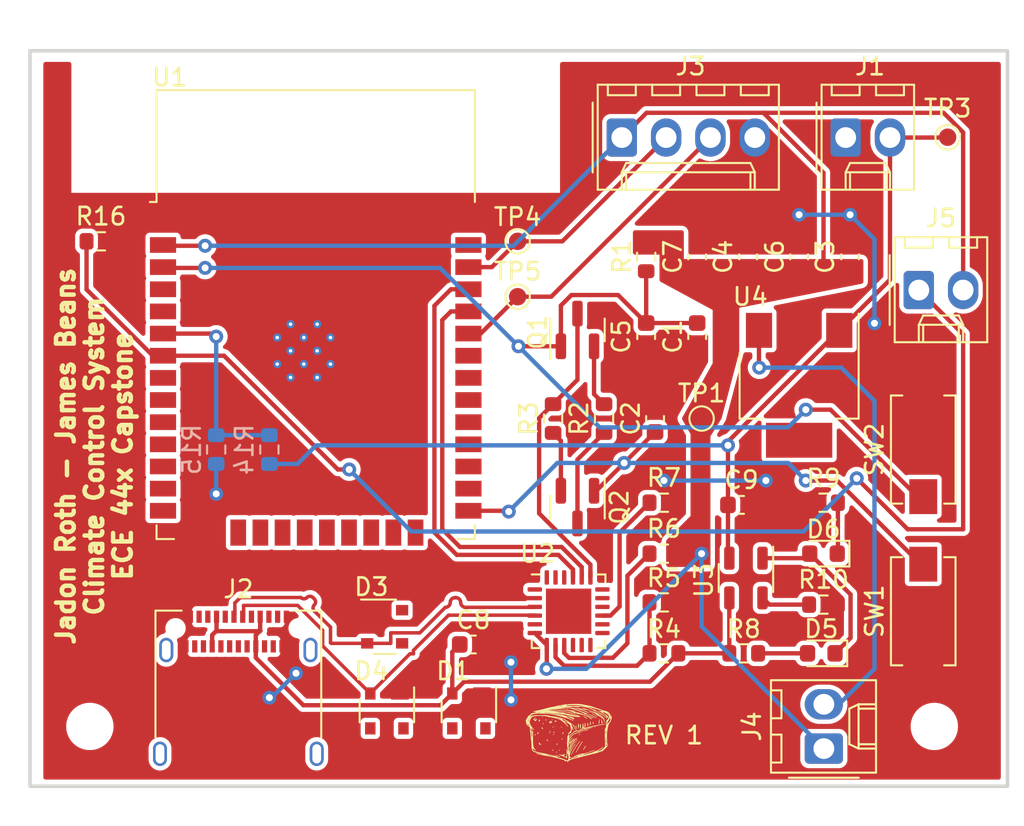
<source format=kicad_pcb>
(kicad_pcb (version 20211014) (generator pcbnew)
  (layers (0 "F.Cu" signal) (31 "B.Cu" signal) (34 "B.Paste" user) (35 "F.Paste" user) (36 "B.SilkS" user "B.Silkscreen") (37 "F.SilkS" user "F.Silkscreen") (38 "B.Mask" user) (39 "F.Mask" user) (44 "Edge.Cuts" user))
  (net 0 "")
  (net 1 "EN")
  (net 2 "GND")
  (net 3 "RESET")
  (net 4 "3v3")
  (net 5 "D+")
  (net 6 "D-")
  (net 7 "Vbat")
  (net 8 "Vbus")
  (net 10 "Net-(D5-Pad1)")
  (net 11 "Net-(D5-Pad2)")
  (net 12 "Net-(D6-Pad1)")
  (net 19 "SCL")
  (net 20 "SDA")
  (net 21 "Net-(Q1-Pad2)")
  (net 22 "RTS")
  (net 23 "Net-(Q2-Pad2)")
  (net 24 "DTR")
  (net 25 "Net-(R4-Pad2)")
  (net 26 "Net-(R6-Pad1)")
  (net 27 "Net-(R7-Pad1)")
  (net 28 "Net-(R10-Pad1)")
  (net 31 "BT")
  (net 32 "Net-(U1-Pad6)")
  (net 56 "RXD")
  (net 57 "TXD")
  (net 79 "3v3_S")
  (footprint "Resistor_SMD:R_0603_1608Metric" (layer "F.Cu") (at 102.743 90.551 180)
    (fp_text reference "R4")
    (fp_text value "22.1k")
  )
  (footprint "MountingHole:MountingHole_2.2mm_M2" (layer "F.Cu") (at 69.85 94.742)
    (fp_text reference "H2" hide)
    (fp_text value "MountingHole")
  )
  (footprint "Capacitor_SMD:C_0603_1608Metric" (layer "F.Cu") (at 102.235 77.089 -90)
    (fp_text reference "C2")
    (fp_text value "0.1uF")
  )
  (footprint "Package_TO_SOT_SMD:SOT-223" (layer "F.Cu") (at 110.49 75.184 -90)
    (fp_text reference "U4")
    (fp_text value "TC1262-33")
  )
  (footprint "Resistor_SMD:R_0603_1608Metric" (layer "F.Cu") (at 102.743 87.63)
    (fp_text reference "R5")
    (fp_text value "47.5k")
  )
  (footprint "Resistor_SMD:R_0603_1608Metric" (layer "F.Cu") (at 96.393 77.089 -90)
    (fp_text reference "R3")
    (fp_text value "10k")
  )
  (footprint "Resistor_SMD:R_0603_1608Metric" (layer "F.Cu") (at 101.727 67.818 -90)
    (fp_text reference "R1")
    (fp_text value "10k")
  )
  (footprint "Resistor_SMD:R_0603_1608Metric" (layer "F.Cu") (at 111.887 81.915)
    (fp_text reference "R9")
    (fp_text value "470")
  )
  (footprint "Connector_Molex:Molex_KK-254_AE-6410-02A_1x02_P2.54mm_Vertical" (layer "F.Cu") (at 113.157 60.98)
    (fp_text reference "J1")
    (fp_text value "Conn_01x02")
  )
  (footprint "LOGO" (layer "F.Cu") (at 97.282 95.123)
    (fp_text reference "G***" hide)
    (fp_text value "LOGO" hide)
  )
  (footprint "Connector_USB:USB_C_Receptacle_Amphenol_12401610E4-2A" (layer "F.Cu") (at 78.359 93.472)
    (fp_text reference "J2")
    (fp_text value "USB_C_Receptacle")
  )
  (footprint "Resistor_SMD:R_0603_1608Metric" (layer "F.Cu") (at 107.315 90.551)
    (fp_text reference "R8")
    (fp_text value "470")
  )
  (footprint "Capacitor_SMD:C_0603_1608Metric" (layer "F.Cu") (at 113.411 67.818 90)
    (fp_text reference "C3")
    (fp_text value "22uF")
  )
  (footprint "TestPoint:TestPoint_Pad_D1.0mm" (layer "F.Cu") (at 104.902 77.089)
    (fp_text reference "TP1")
    (fp_text value "TestPoint")
  )
  (footprint "Button_Switch_SMD:SW_SPST_EVQPE1" (layer "F.Cu") (at 117.602 78.867 -90)
    (fp_text reference "SW2")
    (fp_text value "SW_Push")
  )
  (footprint "LED_SMD:LED_0603_1608Metric" (layer "F.Cu") (at 111.76 90.551 180)
    (fp_text reference "D5")
    (fp_text value "LED ")
  )
  (footprint "Package_TO_SOT_SMD:SOT-143" (layer "F.Cu") (at 86.868 93.853 -90)
    (fp_text reference "D4")
    (fp_text value "D_TVS")
  )
  (footprint "Capacitor_SMD:C_0603_1608Metric" (layer "F.Cu") (at 107.188 82.042)
    (fp_text reference "C9")
    (fp_text value "10uF")
  )
  (footprint "Capacitor_SMD:C_0603_1608Metric" (layer "F.Cu") (at 107.569 67.818 90)
    (fp_text reference "C4")
    (fp_text value "0.1uF")
  )
  (footprint "Capacitor_SMD:C_0603_1608Metric" (layer "F.Cu") (at 104.648 72.39 -90)
    (fp_text reference "C1")
    (fp_text value "0.1uF")
  )
  (footprint "Capacitor_SMD:C_0603_1608Metric" (layer "F.Cu") (at 104.648 67.818 -90)
    (fp_text reference "C7")
    (fp_text value "0.1uF")
  )
  (footprint "Resistor_SMD:R_0603_1608Metric" (layer "F.Cu") (at 102.743 81.915)
    (fp_text reference "R7")
    (fp_text value "10k")
  )
  (footprint "Capacitor_SMD:C_0603_1608Metric" (layer "F.Cu") (at 110.49 67.818 -90)
    (fp_text reference "C6")
    (fp_text value "4.7uF")
  )
  (footprint "Package_TO_SOT_SMD:SOT-23-5" (layer "F.Cu") (at 107.442 86.233 -90)
    (fp_text reference "U3")
    (fp_text value "MCP73831-2-OT")
  )
  (footprint "TestPoint:TestPoint_Pad_D1.0mm" (layer "F.Cu") (at 118.999 60.96)
    (fp_text reference "TP3")
    (fp_text value "TestPoint")
  )
  (footprint "RF_Module:ESP32-WROOM-32" (layer "F.Cu") (at 82.791 74.118)
    (fp_text reference "U1")
    (fp_text value "ESP32-WROOM-32")
  )
  (footprint "Resistor_SMD:R_0603_1608Metric" (layer "F.Cu") (at 70.485 66.929)
    (fp_text reference "R16")
    (fp_text value "10k")
  )
  (footprint "Package_TO_SOT_SMD:SOT-143" (layer "F.Cu") (at 86.741 89.027)
    (fp_text reference "D3")
    (fp_text value "D_TVS")
  )
  (footprint "Capacitor_SMD:C_0603_1608Metric" (layer "F.Cu") (at 101.727 72.39 90)
    (fp_text reference "C5")
    (fp_text value "0.1uF")
  )
  (footprint "Capacitor_SMD:C_0603_1608Metric" (layer "F.Cu") (at 91.821 90.043)
    (fp_text reference "C8")
    (fp_text value "10uF")
  )
  (footprint "TestPoint:TestPoint_Pad_D1.0mm" (layer "F.Cu") (at 94.361 66.929)
    (fp_text reference "TP4")
    (fp_text value "TestPoint")
  )
  (footprint "Button_Switch_SMD:SW_SPST_EVQPE1" (layer "F.Cu") (at 117.602 88.138 90)
    (fp_text reference "SW1")
    (fp_text value "SW_Push")
  )
  (footprint "Resistor_SMD:R_0603_1608Metric" (layer "F.Cu") (at 99.314 77.089 90)
    (fp_text reference "R2")
    (fp_text value "10k")
  )
  (footprint "Connector_Molex:Molex_KK-254_AE-6410-04A_1x04_P2.54mm_Vertical" (layer "F.Cu") (at 100.33 60.98)
    (fp_text reference "J3")
    (fp_text value "Conn_01x04")
  )
  (footprint "Package_DFN_QFN:QFN-24-1EP_4x4mm_P0.5mm_EP2.6x2.6mm" (layer "F.Cu") (at 97.282 88.138)
    (fp_text reference "U2")
    (fp_text value "CP2102N-Axx-xQFN24")
  )
  (footprint "MountingHole:MountingHole_2.2mm_M2" (layer "F.Cu") (at 118.237 94.742)
    (fp_text reference "H1" hide)
    (fp_text value "MountingHole")
  )
  (footprint "Connector_Molex:Molex_KK-254_AE-6410-02A_1x02_P2.54mm_Vertical" (layer "F.Cu") (at 111.907 96.012 90)
    (fp_text reference "J4")
    (fp_text value "Conn_01x02")
  )
  (footprint "Package_TO_SOT_SMD:SOT-143" (layer "F.Cu") (at 91.567 93.853 -90)
    (fp_text reference "D1")
    (fp_text value "D_TVS")
  )
  (footprint "LED_SMD:LED_0603_1608Metric" (layer "F.Cu") (at 111.887 84.836 180)
    (fp_text reference "D6")
    (fp_text value "LED")
  )
  (footprint "Resistor_SMD:R_0603_1608Metric" (layer "F.Cu") (at 102.743 84.836)
    (fp_text reference "R6")
    (fp_text value "2k")
  )
  (footprint "Package_TO_SOT_SMD:SOT-23" (layer "F.Cu") (at 97.79 82.169 -90)
    (fp_text reference "Q2")
    (fp_text value "Q_NPN_CBE")
  )
  (footprint "TestPoint:TestPoint_Pad_D1.0mm" (layer "F.Cu") (at 94.361 70.104)
    (fp_text reference "TP5")
    (fp_text value "TestPoint")
  )
  (footprint "Package_TO_SOT_SMD:SOT-23" (layer "F.Cu") (at 97.79 72.009 90)
    (fp_text reference "Q1")
    (fp_text value "Q_NPN_CBE")
  )
  (footprint "Resistor_SMD:R_0603_1608Metric" (layer "F.Cu") (at 111.887 87.757)
    (fp_text reference "R10")
    (fp_text value "2.2k")
  )
  (footprint "Connector_Molex:Molex_KK-254_AE-6410-02A_1x02_P2.54mm_Vertical" (layer "F.Cu") (at 117.348 69.723)
    (fp_text reference "J5")
    (fp_text value "Conn_01x02")
  )
  (footprint "Resistor_SMD:R_0603_1608Metric" (layer "B.Cu") (at 80.137 78.867 -90)
    (fp_text reference "R14")
    (fp_text value "2k")
  )
  (footprint "Resistor_SMD:R_0603_1608Metric" (layer "B.Cu") (at 77.089 78.867 90)
    (fp_text reference "R15")
    (fp_text value "2k")
  )
  (gr_rect (start 66.421 56.007) (end 122.428 98.171) (layer "Edge.Cuts") (width 0.2) (fill none))
  (gr_text "Jadon Roth - James Beans\nClimate Control System\nECE 44x Capstone" (at 70.104 79.248 90) (layer "F.SilkS") (effects (font (size 1.016 1.016) (thickness 0.254))))
  (gr_text "REV 1\n" (at 102.743 95.25) (layer "F.SilkS") (effects (font (size 1 1))))
  (segment (start 101.727 71.615) (end 101.727 68.643) (width 0.25) (layer "F.Cu") (net 1))
  (segment (start 100.121 70.009) (end 97.443249 70.009) (width 0.25) (layer "F.Cu") (net 1))
  (segment (start 110.871 76.581) (end 112.287 76.581) (width 0.25) (layer "F.Cu") (net 1))
  (segment (start 104.648 71.615) (end 101.727 71.615) (width 0.25) (layer "F.Cu") (net 1))
  (segment (start 101.727 71.615) (end 100.121 70.009) (width 0.25) (layer "F.Cu") (net 1))
  (segment (start 97.443249 70.009) (end 96.84 70.612249) (width 0.25) (layer "F.Cu") (net 1))
  (segment (start 112.287 76.581) (end 117.273 81.567) (width 0.25) (layer "F.Cu") (net 1))
  (segment (start 76.454 68.453) (end 74.086 68.453) (width 0.25) (layer "F.Cu") (net 1))
  (segment (start 96.84 72.9465) (end 94.409501 72.946501) (width 0.25) (layer "F.Cu") (net 1))
  (segment (start 96.84 70.612249) (end 96.84 72.9465) (width 0.25) (layer "F.Cu") (net 1))
  (via (at 94.409501 72.946501) (size 0.8) (drill 0.4) (layers "F.Cu" "B.Cu") (net 1))
  (via (at 76.454 68.453) (size 0.8) (drill 0.4) (layers "F.Cu" "B.Cu") (net 1))
  (via (at 110.871 76.581) (size 0.8) (drill 0.4) (layers "F.Cu" "B.Cu") (net 1))
  (segment (start 109.855 77.597) (end 110.871 76.581) (width 0.25) (layer "B.Cu") (net 1))
  (segment (start 94.409501 72.946501) (end 99.06 77.597) (width 0.25) (layer "B.Cu") (net 1))
  (segment (start 99.06 77.597) (end 109.855 77.597) (width 0.25) (layer "B.Cu") (net 1))
  (segment (start 94.409501 72.946501) (end 89.916 68.453) (width 0.25) (layer "B.Cu") (net 1))
  (segment (start 89.916 68.453) (end 76.454 68.453) (width 0.25) (layer "B.Cu") (net 1))
  (via (at 113.411 65.405) (size 0.8) (drill 0.4) (layers "F.Cu" "B.Cu") (net 2))
  (via (at 102.743 80.645) (size 0.8) (drill 0.4) (layers "F.Cu" "B.Cu") (net 2))
  (via (at 110.49 65.405) (size 0.8) (drill 0.4) (layers "F.Cu" "B.Cu") (net 2))
  (via (at 93.98 91.059) (size 0.8) (drill 0.4) (layers "F.Cu" "B.Cu") (net 2))
  (via (at 114.808 71.628) (size 0.8) (drill 0.4) (layers "F.Cu" "B.Cu") (net 2))
  (via (at 77.089 81.407) (size 0.8) (drill 0.4) (layers "F.Cu" "B.Cu") (net 2))
  (via (at 81.661 91.694) (size 0.8) (drill 0.4) (layers "F.Cu" "B.Cu") (net 2))
  (via (at 93.98 93.218) (size 0.8) (drill 0.4) (layers "F.Cu" "B.Cu") (net 2))
  (via (at 108.585 80.645) (size 0.8) (drill 0.4) (layers "F.Cu" "B.Cu") (net 2))
  (via (at 80.137 93.091) (size 0.8) (drill 0.4) (layers "F.Cu" "B.Cu") (net 2))
  (segment (start 102.743 80.645) (end 108.585 80.645) (width 0.25) (layer "B.Cu") (net 2))
  (segment (start 80.137 93.091) (end 80.264 93.091) (width 0.25) (layer "B.Cu") (net 2))
  (segment (start 114.808 66.802) (end 114.808 71.628) (width 0.25) (layer "B.Cu") (net 2))
  (segment (start 113.411 65.405) (end 114.808 66.802) (width 0.25) (layer "B.Cu") (net 2))
  (segment (start 77.089 81.407) (end 77.089 79.692) (width 0.25) (layer "B.Cu") (net 2))
  (segment (start 80.264 93.091) (end 81.661 91.694) (width 0.25) (layer "B.Cu") (net 2))
  (segment (start 93.98 91.059) (end 93.98 93.218) (width 0.25) (layer "B.Cu") (net 2))
  (segment (start 110.49 65.405) (end 113.411 65.405) (width 0.25) (layer "B.Cu") (net 2))
  (segment (start 91.541 82.378) (end 93.808 82.378) (width 0.25) (layer "F.Cu") (net 3))
  (segment (start 98.8675 81.2315) (end 100.4635 79.6355) (width 0.25) (layer "F.Cu") (net 3))
  (segment (start 100.4635 79.6355) (end 102.235 77.864) (width 0.25) (layer "F.Cu") (net 3))
  (segment (start 112.659462 80.645) (end 117.452462 85.438) (width 0.25) (layer "F.Cu") (net 3))
  (segment (start 93.808 82.378) (end 93.853 82.423) (width 0.25) (layer "F.Cu") (net 3))
  (segment (start 110.871 80.645) (end 112.659462 80.645) (width 0.25) (layer "F.Cu") (net 3))
  (via (at 93.853 82.423) (size 0.8) (drill 0.4) (layers "F.Cu" "B.Cu") (net 3))
  (via (at 100.4635 79.6355) (size 0.8) (drill 0.4) (layers "F.Cu" "B.Cu") (net 3))
  (via (at 110.871 80.645) (size 0.8) (drill 0.4) (layers "F.Cu" "B.Cu") (net 3))
  (segment (start 96.6405 79.6355) (end 93.853 82.423) (width 0.25) (layer "B.Cu") (net 3))
  (segment (start 100.4635 79.6355) (end 109.8615 79.6355) (width 0.25) (layer "B.Cu") (net 3))
  (segment (start 109.8615 79.6355) (end 110.871 80.645) (width 0.25) (layer "B.Cu") (net 3))
  (segment (start 100.4635 79.6355) (end 96.6405 79.6355) (width 0.25) (layer "B.Cu") (net 3))
  (segment (start 96.032 90.0755) (end 96.032 91.42) (width 0.25) (layer "F.Cu") (net 4))
  (segment (start 76.454 67.183) (end 74.086 67.183) (width 0.25) (layer "F.Cu") (net 4))
  (segment (start 95.3445 89.388) (end 96.032 90.0755) (width 0.25) (layer "F.Cu") (net 4))
  (segment (start 118.765727 59.56) (end 108.444985 59.56) (width 0.25) (layer "F.Cu") (net 4))
  (segment (start 108.444985 59.56) (end 111.887 63.002015) (width 0.25) (layer "F.Cu") (net 4))
  (segment (start 101.75 59.56) (end 108.444985 59.56) (width 0.25) (layer "F.Cu") (net 4))
  (segment (start 100.33 60.98) (end 101.75 59.56) (width 0.25) (layer "F.Cu") (net 4))
  (segment (start 96.032 91.42) (end 96.012 91.44) (width 0.25) (layer "F.Cu") (net 4))
  (segment (start 119.888 69.723) (end 119.888 60.682273) (width 0.25) (layer "F.Cu") (net 4))
  (segment (start 111.887 63.002015) (end 111.887 68.707) (width 0.25) (layer "F.Cu") (net 4))
  (segment (start 119.888 60.682273) (end 118.765727 59.56) (width 0.25) (layer "F.Cu") (net 4))
  (via (at 96.012 91.44) (size 0.8) (drill 0.4) (layers "F.Cu" "B.Cu") (net 4))
  (via (at 76.454 67.183) (size 0.8) (drill 0.4) (layers "F.Cu" "B.Cu") (net 4))
  (via (at 104.902 84.836) (size 0.8) (drill 0.4) (layers "F.Cu" "B.Cu") (net 4))
  (segment (start 94.127 67.183) (end 76.454 67.183) (width 0.25) (layer "B.Cu") (net 4))
  (segment (start 104.902 84.836) (end 104.902 89.007) (width 0.25) (layer "B.Cu") (net 4))
  (segment (start 98.298 91.44) (end 96.012 91.44) (width 0.25) (layer "B.Cu") (net 4))
  (segment (start 104.902 84.836) (end 98.298 91.44) (width 0.25) (layer "B.Cu") (net 4))
  (segment (start 104.902 89.007) (end 111.907 96.012) (width 0.25) (layer "B.Cu") (net 4))
  (segment (start 100.33 60.98) (end 94.127 67.183) (width 0.25) (layer "B.Cu") (net 4))
  (segment (start 83.678397 89.977) (end 85.741 89.977) (width 0.2) (layer "F.Cu") (net 5))
  (segment (start 87.091 89.977) (end 87.091 89.377) (width 0.2) (layer "F.Cu") (net 5))
  (segment (start 90.775038 87.359565) (end 90.821604 87.359565) (width 0.2) (layer "F.Cu") (net 5))
  (segment (start 83.638981 89.051018) (end 83.638981 89.937584) (width 0.2) (layer "F.Cu") (net 5))
  (segment (start 85.741 89.977) (end 87.091 89.977) (width 0.2) (layer "F.Cu") (net 5))
  (segment (start 78.159 87.665631) (end 78.472612 87.352019) (width 0.2) (layer "F.Cu") (net 5))
  (segment (start 88.757603 89.377) (end 90.221604 87.912999) (width 0.2) (layer "F.Cu") (net 5))
  (segment (start 82.71098 88.123017) (end 82.78851 88.200547) (width 0.2) (layer "F.Cu") (net 5))
  (segment (start 91.421604 87.912999) (end 95.319501 87.912999) (width 0.2) (layer "F.Cu") (net 5))
  (segment (start 78.472612 87.352019) (end 81.939982 87.352019) (width 0.2) (layer "F.Cu") (net 5))
  (segment (start 83.638981 89.937584) (end 83.678397 89.977) (width 0.2) (layer "F.Cu") (net 5))
  (segment (start 82.286717 87.352018) (end 82.286716 87.352019) (width 0.2) (layer "F.Cu") (net 5))
  (segment (start 78.159 88.402) (end 78.159 87.665631) (width 0.2) (layer "F.Cu") (net 5))
  (segment (start 82.710979 87.776284) (end 82.71098 87.776283) (width 0.2) (layer "F.Cu") (net 5))
  (segment (start 87.091 89.377) (end 88.757603 89.377) (width 0.2) (layer "F.Cu") (net 5))
  (segment (start 82.78851 88.200547) (end 83.638981 89.051018) (width 0.2) (layer "F.Cu") (net 5))
  (segment (start 82.63345 87.352019) (end 82.71098 87.429549) (width 0.2) (layer "F.Cu") (net 5))
  (segment (start 91.375038 87.912999) (end 91.421604 87.912999) (width 0.2) (layer "F.Cu") (net 5))
  (arc (start 90.498321 87.636282) (mid 90.57937 87.440614) (end 90.775038 87.359565) (width 0.2) (layer "F.Cu") (net 5))
  (arc (start 82.71098 87.776283) (mid 82.639169 87.94965) (end 82.71098 88.123017) (width 0.2) (layer "F.Cu") (net 5))
  (arc (start 82.286716 87.352019) (mid 82.460083 87.280208) (end 82.63345 87.352019) (width 0.2) (layer "F.Cu") (net 5))
  (arc (start 90.221604 87.912999) (mid 90.417272 87.83195) (end 90.498321 87.636282) (width 0.2) (layer "F.Cu") (net 5))
  (arc (start 81.939982 87.352019) (mid 82.113351 87.423831) (end 82.286717 87.352018) (width 0.2) (layer "F.Cu") (net 5))
  (arc (start 91.098321 87.636282) (mid 91.17937 87.83195) (end 91.375038 87.912999) (width 0.2) (layer "F.Cu") (net 5))
  (arc (start 82.71098 87.429549) (mid 82.782792 87.602918) (end 82.710979 87.776284) (width 0.2) (layer "F.Cu") (net 5))
  (arc (start 90.821604 87.359565) (mid 91.017272 87.440614) (end 91.098321 87.636282) (width 0.2) (layer "F.Cu") (net 5))
  (segment (start 90.407999 88.363001) (end 88.391 90.38) (width 0.2) (layer "F.Cu") (net 6))
  (segment (start 88.194 90.577) (end 85.918 92.853) (width 0.2) (layer "F.Cu") (net 6))
  (segment (start 83.189 89.237406) (end 83.189 90.124) (width 0.2) (layer "F.Cu") (net 6))
  (segment (start 88.391 90.577) (end 88.194 90.577) (width 0.2) (layer "F.Cu") (net 6))
  (segment (start 78.659 87.802) (end 81.753594 87.802) (width 0.2) (layer "F.Cu") (net 6))
  (segment (start 88.391 90.38) (end 88.391 90.577) (width 0.2) (layer "F.Cu") (net 6))
  (segment (start 81.753594 87.802) (end 83.189 89.237406) (width 0.2) (layer "F.Cu") (net 6))
  (segment (start 78.659 88.452) (end 78.659 87.802) (width 0.2) (layer "F.Cu") (net 6))
  (segment (start 95.319501 88.363001) (end 90.407999 88.363001) (width 0.2) (layer "F.Cu") (net 6))
  (segment (start 83.189 90.124) (end 85.918 92.853) (width 0.2) (layer "F.Cu") (net 6))
  (segment (start 112.79 72.034) (end 115.697 69.127) (width 0.25) (layer "F.Cu") (net 7))
  (segment (start 106.413 78.411) (end 106.413 78.626) (width 0.25) (layer "F.Cu") (net 7))
  (segment (start 115.697 60.98) (end 118.979 60.98) (width 0.25) (layer "F.Cu") (net 7))
  (segment (start 106.413 78.626) (end 106.413 82.042) (width 0.25) (layer "F.Cu") (net 7))
  (segment (start 112.79 72.034) (end 106.413 78.411) (width 0.25) (layer "F.Cu") (net 7))
  (segment (start 115.697 69.127) (end 115.697 60.98) (width 0.25) (layer "F.Cu") (net 7))
  (segment (start 106.413 82.042) (end 106.413 85.0165) (width 0.25) (layer "F.Cu") (net 7))
  (via (at 106.413 78.626) (size 0.8) (drill 0.4) (layers "F.Cu" "B.Cu") (net 7))
  (segment (start 106.413 78.626) (end 82.817 78.626) (width 0.25) (layer "B.Cu") (net 7))
  (segment (start 81.751 79.692) (end 82.817 78.626) (width 0.25) (layer "B.Cu") (net 7))
  (segment (start 80.137 79.692) (end 81.751 79.692) (width 0.25) (layer "B.Cu") (net 7))
  (segment (start 82.085 93.528) (end 89.942 93.528) (width 0.25) (layer "F.Cu") (net 8))
  (segment (start 90.617 92.853) (end 90.617 90.472) (width 0.25) (layer "F.Cu") (net 8))
  (segment (start 90.617 92.853) (end 91.292 92.178) (width 0.25) (layer "F.Cu") (net 8))
  (segment (start 91.292 92.178) (end 101.941 92.178) (width 0.25) (layer "F.Cu") (net 8))
  (segment (start 89.942 93.528) (end 90.617 92.853) (width 0.25) (layer "F.Cu") (net 8))
  (segment (start 79.359 90.802) (end 82.085 93.528) (width 0.25) (layer "F.Cu") (net 8))
  (segment (start 77.138 89.281) (end 79.6 89.281) (width 0.25) (layer "F.Cu") (net 8))
  (segment (start 76.859 89.502) (end 77.109 89.252) (width 0.25) (layer "F.Cu") (net 8))
  (segment (start 79.359 90.802) (end 79.359 90.152) (width 0.25) (layer "F.Cu") (net 8))
  (segment (start 79.6 89.281) (end 79.629 89.252) (width 0.25) (layer "F.Cu") (net 8))
  (segment (start 90.617 90.472) (end 91.046 90.043) (width 0.25) (layer "F.Cu") (net 8))
  (segment (start 77.109 89.252) (end 77.138 89.281) (width 0.25) (layer "F.Cu") (net 8))
  (segment (start 79.609 89.252) (end 79.359 89.502) (width 0.25) (layer "F.Cu") (net 8))
  (segment (start 106.49 90.551) (end 103.568 90.551) (width 0.25) (layer "F.Cu") (net 8))
  (segment (start 106.49 90.551) (end 106.49 87.3725) (width 0.25) (layer "F.Cu") (net 8))
  (segment (start 76.859 90.152) (end 76.859 89.502) (width 0.25) (layer "F.Cu") (net 8))
  (segment (start 101.941 92.178) (end 103.568 90.551) (width 0.25) (layer "F.Cu") (net 8))
  (segment (start 77.109 88.452) (end 77.109 89.252) (width 0.25) (layer "F.Cu") (net 8))
  (segment (start 79.359 89.502) (end 79.359 90.152) (width 0.25) (layer "F.Cu") (net 8))
  (segment (start 79.609 88.452) (end 79.609 89.252) (width 0.25) (layer "F.Cu") (net 8))
  (segment (start 110.84 85.0955) (end 108.392 85.0955) (width 0.25) (layer "F.Cu") (net 10))
  (segment (start 113.437 87.1735) (end 113.437 89.6615) (width 0.25) (layer "F.Cu") (net 10))
  (segment (start 113.437 89.6615) (end 112.5475 90.551) (width 0.25) (layer "F.Cu") (net 10))
  (segment (start 111.0995 84.836) (end 113.437 87.1735) (width 0.25) (layer "F.Cu") (net 10))
  (segment (start 110.9725 90.551) (end 108.14 90.551) (width 0.25) (layer "F.Cu") (net 11))
  (segment (start 112.712 81.915) (end 112.712 84.7985) (width 0.25) (layer "F.Cu") (net 12))
  (segment (start 102.87 60.98) (end 96.921 66.929) (width 0.25) (layer "F.Cu") (net 19))
  (segment (start 96.921 66.929) (end 94.361 66.929) (width 0.25) (layer "F.Cu") (net 19))
  (segment (start 94.361 66.929) (end 92.882 68.408) (width 0.25) (layer "F.Cu") (net 19))
  (segment (start 92.882 68.408) (end 91.541 68.408) (width 0.25) (layer "F.Cu") (net 19))
  (segment (start 94.361 70.104) (end 92.247 72.218) (width 0.25) (layer "F.Cu") (net 20))
  (segment (start 96.286 70.104) (end 94.361 70.104) (width 0.25) (layer "F.Cu") (net 20))
  (segment (start 105.41 60.98) (end 96.286 70.104) (width 0.25) (layer "F.Cu") (net 20))
  (segment (start 92.247 72.218) (end 91.541 72.218) (width 0.25) (layer "F.Cu") (net 20))
  (segment (start 98.74 72.9465) (end 98.74 75.69) (width 0.25) (layer "F.Cu") (net 21))
  (segment (start 98.74 75.69) (end 99.314 76.264) (width 0.25) (layer "F.Cu") (net 21))
  (segment (start 98.532 85.468612) (end 95.593 82.529612) (width 0.25) (layer "F.Cu") (net 22))
  (segment (start 97.79 71.0715) (end 97.79 74.867) (width 0.25) (layer "F.Cu") (net 22))
  (segment (start 95.593 77.064) (end 96.393 76.264) (width 0.25) (layer "F.Cu") (net 22))
  (segment (start 98.532 86.2005) (end 98.532 85.468612) (width 0.25) (layer "F.Cu") (net 22))
  (segment (start 97.79 74.867) (end 96.393 76.264) (width 0.25) (layer "F.Cu") (net 22))
  (segment (start 95.593 82.529612) (end 95.593 77.064) (width 0.25) (layer "F.Cu") (net 22))
  (segment (start 96.84 81.2315) (end 96.84 78.361) (width 0.25) (layer "F.Cu") (net 23))
  (segment (start 96.84 78.361) (end 96.393 77.914) (width 0.25) (layer "F.Cu") (net 23))
  (segment (start 97.79 83.1065) (end 97.79 79.438) (width 0.25) (layer "F.Cu") (net 24))
  (segment (start 97.79 79.438) (end 99.314 77.914) (width 0.25) (layer "F.Cu") (net 24))
  (segment (start 97.020811 91.262501) (end 96.532 90.77369) (width 0.25) (layer "F.Cu") (net 25))
  (segment (start 101.206499 91.262501) (end 97.020811 91.262501) (width 0.25) (layer "F.Cu") (net 25))
  (segment (start 101.918 90.551) (end 101.206499 91.262501) (width 0.25) (layer "F.Cu") (net 25))
  (segment (start 96.532 90.77369) (end 96.532 90.0755) (width 0.25) (layer "F.Cu") (net 25))
  (segment (start 101.918 90.551) (end 101.918 87.63) (width 0.25) (layer "F.Cu") (net 25))
  (segment (start 100.652501 89.974499) (end 99.822 90.805) (width 0.25) (layer "F.Cu") (net 26))
  (segment (start 100.652501 86.101499) (end 100.652501 89.974499) (width 0.25) (layer "F.Cu") (net 26))
  (segment (start 97.032 90.536008) (end 97.032 90.0755) (width 0.25) (layer "F.Cu") (net 26))
  (segment (start 97.308992 90.813) (end 97.032 90.536008) (width 0.25) (layer "F.Cu") (net 26))
  (segment (start 99.822 90.805) (end 98.763008 90.805) (width 0.25) (layer "F.Cu") (net 26))
  (segment (start 98.763008 90.805) (end 98.755008 90.813) (width 0.25) (layer "F.Cu") (net 26))
  (segment (start 101.918 84.836) (end 100.652501 86.101499) (width 0.25) (layer "F.Cu") (net 26))
  (segment (start 98.755008 90.813) (end 97.308992 90.813) (width 0.25) (layer "F.Cu") (net 26))
  (segment (start 100.203 83.63) (end 100.203 87.865008) (width 0.25) (layer "F.Cu") (net 27))
  (segment (start 101.918 81.915) (end 100.203 83.63) (width 0.25) (layer "F.Cu") (net 27))
  (segment (start 100.203 87.865008) (end 99.680008 88.388) (width 0.25) (layer "F.Cu") (net 27))
  (segment (start 99.680008 88.388) (end 99.2195 88.388) (width 0.25) (layer "F.Cu") (net 27))
  (segment (start 108.7785 87.757) (end 108.392 87.3705) (width 0.25) (layer "F.Cu") (net 28))
  (segment (start 111.062 87.757) (end 108.7785 87.757) (width 0.25) (layer "F.Cu") (net 28))
  (segment (start 69.66 66.929) (end 69.66 69.687) (width 0.25) (layer "F.Cu") (net 31))
  (segment (start 117.348 69.723) (end 119.888 72.263) (width 0.25) (layer "F.Cu") (net 31))
  (segment (start 69.66 69.687) (end 73.461 73.488) (width 0.25) (layer "F.Cu") (net 31))
  (segment (start 84.709 80.01) (end 84.063 80.01) (width 0.25) (layer "F.Cu") (net 31))
  (segment (start 119.888 72.263) (end 119.888 83.439) (width 0.25) (layer "F.Cu") (net 31))
  (segment (start 77.541 73.488) (end 74.041 73.488) (width 0.25) (layer "F.Cu") (net 31))
  (segment (start 119.888 83.439) (end 116.713 83.439) (width 0.25) (layer "F.Cu") (net 31))
  (segment (start 116.713 83.439) (end 113.792 80.518) (width 0.25) (layer "F.Cu") (net 31))
  (segment (start 84.063 80.01) (end 77.541 73.488) (width 0.25) (layer "F.Cu") (net 31))
  (via (at 113.792 80.518) (size 0.8) (drill 0.4) (layers "F.Cu" "B.Cu") (net 31))
  (via (at 84.709 80.01) (size 0.8) (drill 0.4) (layers "F.Cu" "B.Cu") (net 31))
  (segment (start 88.265 83.566) (end 84.709 80.01) (width 0.25) (layer "B.Cu") (net 31))
  (segment (start 113.792 80.518) (end 110.744 83.566) (width 0.25) (layer "B.Cu") (net 31))
  (segment (start 88.265 83.566) (end 110.744 83.566) (width 0.25) (layer "B.Cu") (net 31))
  (segment (start 76.917 72.218) (end 74.041 72.218) (width 0.25) (layer "F.Cu") (net 32))
  (segment (start 77.089 72.39) (end 76.917 72.218) (width 0.25) (layer "F.Cu") (net 32))
  (via (at 77.089 72.39) (size 0.8) (drill 0.4) (layers "F.Cu" "B.Cu") (net 32))
  (segment (start 77.089 78.042) (end 80.137 78.042) (width 0.25) (layer "B.Cu") (net 32))
  (segment (start 77.089 78.042) (end 77.089 72.39) (width 0.25) (layer "B.Cu") (net 32))
  (segment (start 90.043 71.446) (end 90.541 70.948) (width 0.25) (layer "F.Cu") (net 56))
  (segment (start 96.882698 84.455) (end 91.059 84.455) (width 0.25) (layer "F.Cu") (net 56))
  (segment (start 98.032 85.604302) (end 96.882698 84.455) (width 0.25) (layer "F.Cu") (net 56))
  (segment (start 90.043 83.439) (end 90.043 71.446) (width 0.25) (layer "F.Cu") (net 56))
  (segment (start 91.059 84.455) (end 90.043 83.439) (width 0.25) (layer "F.Cu") (net 56))
  (segment (start 90.541 70.948) (end 91.541 70.948) (width 0.25) (layer "F.Cu") (net 56))
  (segment (start 98.032 86.2005) (end 98.032 85.604302) (width 0.25) (layer "F.Cu") (net 56))
  (segment (start 97.532 86.2005) (end 97.532 85.739992) (width 0.25) (layer "F.Cu") (net 57))
  (segment (start 90.872811 84.904501) (end 89.593499 83.625189) (width 0.25) (layer "F.Cu") (net 57))
  (segment (start 97.532 85.739992) (end 96.696509 84.904501) (width 0.25) (layer "F.Cu") (net 57))
  (segment (start 90.541 69.678) (end 91.541 69.678) (width 0.25) (layer "F.Cu") (net 57))
  (segment (start 96.696509 84.904501) (end 90.872811 84.904501) (width 0.25) (layer "F.Cu") (net 57))
  (segment (start 89.593499 83.625189) (end 89.593499 70.625501) (width 0.25) (layer "F.Cu") (net 57))
  (segment (start 89.593499 70.625501) (end 90.541 69.678) (width 0.25) (layer "F.Cu") (net 57))
  (segment (start 108.19 72.034) (end 108.19 74.154) (width 0.25) (layer "F.Cu") (net 79))
  (segment (start 108.19 74.154) (end 108.204 74.168) (width 0.25) (layer "F.Cu") (net 79))
  (via (at 108.204 74.168) (size 0.8) (drill 0.4) (layers "F.Cu" "B.Cu") (net 79))
  (segment (start 112.776 93.472) (end 114.808 91.44) (width 0.25) (layer "B.Cu") (net 79))
  (segment (start 108.204 74.168) (end 112.903 74.168) (width 0.25) (layer "B.Cu") (net 79))
  (segment (start 112.903 74.168) (end 114.808 76.073) (width 0.25) (layer "B.Cu") (net 79))
  (segment (start 114.808 76.073) (end 114.808 91.44) (width 0.25) (layer "B.Cu") (net 79))
  (zone (net 4) (net_name "3v3") (layer "F.Cu") (name "3v3") (priority 3) (connect_pads yes (clearance 0.254)) (min_thickness 0.254) (fill yes (thermal_gap 0.508) (thermal_bridge_width 0.508))
    (polygon (pts (xy 103.886 66.294) (xy 103.886 67.945) (xy 114.173 67.945) (xy 114.173 69.342) (xy 107.061 70.739) (xy 107.061 73.279) (xy 106.045 77.089) (xy 105.41 78.105) (xy 105.41 85.598) (xy 102.87 85.598) (xy 102.87 84.074) (xy 104.267 82.677) (xy 104.267 77.978) (xy 103.759 77.089) (xy 104.267 76.2) (xy 105.537 73.914) (xy 105.537 70.866) (xy 102.489 69.215) (xy 102.489 67.691) (xy 100.965 67.691) (xy 100.965 66.294)))
  )
  (zone (net 2) (net_name "GND") (layer "F.Cu") (name "GND") (priority 1) (connect_pads yes (clearance 0.254)) (min_thickness 0.254) (fill yes (thermal_gap 0.381) (thermal_bridge_width 0.381))
    (polygon (pts (xy 122.047 97.79) (xy 67.183 97.79) (xy 67.183 56.642) (xy 122.047 56.642)))
  )
)
</source>
